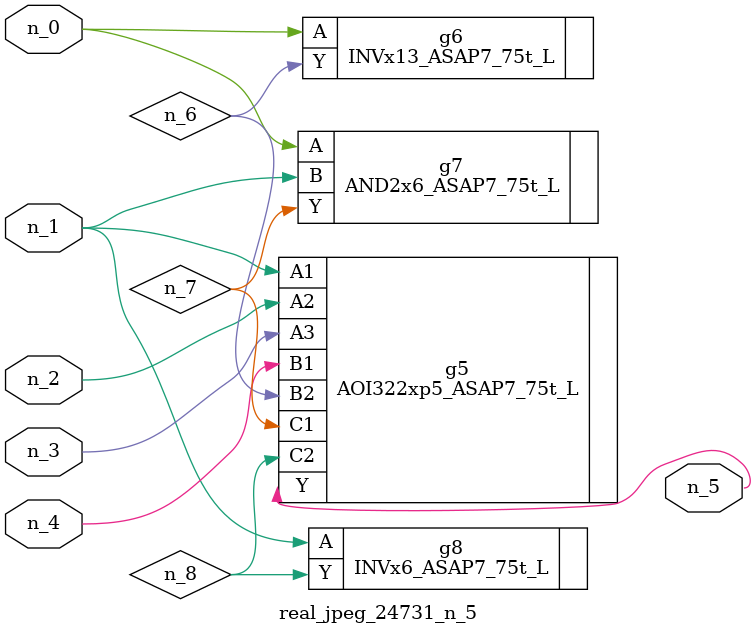
<source format=v>
module real_jpeg_24731_n_5 (n_4, n_0, n_1, n_2, n_3, n_5);

input n_4;
input n_0;
input n_1;
input n_2;
input n_3;

output n_5;

wire n_8;
wire n_6;
wire n_7;

INVx13_ASAP7_75t_L g6 ( 
.A(n_0),
.Y(n_6)
);

AND2x6_ASAP7_75t_L g7 ( 
.A(n_0),
.B(n_1),
.Y(n_7)
);

AOI322xp5_ASAP7_75t_L g5 ( 
.A1(n_1),
.A2(n_2),
.A3(n_3),
.B1(n_4),
.B2(n_6),
.C1(n_7),
.C2(n_8),
.Y(n_5)
);

INVx6_ASAP7_75t_L g8 ( 
.A(n_1),
.Y(n_8)
);


endmodule
</source>
